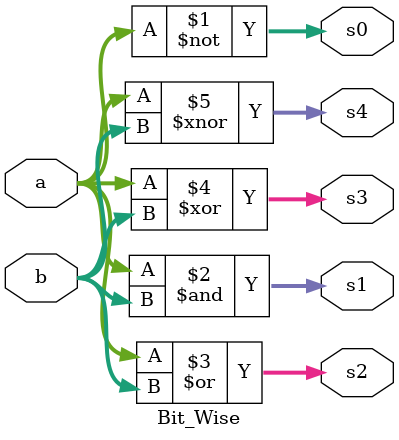
<source format=v>

module Bit_Wise(input [3:0] a, b, output [3:0] s0,s1,s2,s3,s4);
	assign	s0 = ~a;  	//~  			NOT
	assign	s1 = a & b;	// & 			AND
	assign	s2 = a | b;	// | 			OR
	assign	s3 = a ^ b; // ^ 			XOR
	assign	s4 = a ~^ b;//~^ ou ^~  XNOR
endmodule

</source>
